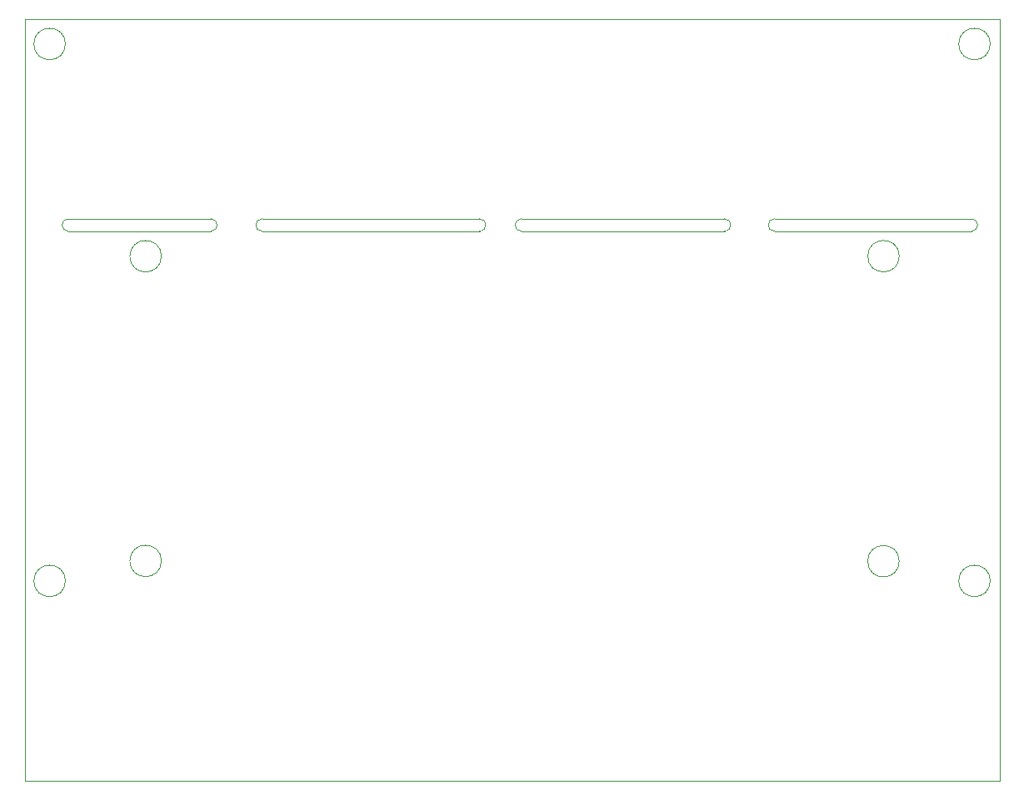
<source format=gbr>
%TF.GenerationSoftware,KiCad,Pcbnew,9.0.6*%
%TF.CreationDate,2025-12-13T09:12:39-08:00*%
%TF.ProjectId,LCDdisplayController,4c434464-6973-4706-9c61-79436f6e7472,rev?*%
%TF.SameCoordinates,Original*%
%TF.FileFunction,Profile,NP*%
%FSLAX46Y46*%
G04 Gerber Fmt 4.6, Leading zero omitted, Abs format (unit mm)*
G04 Created by KiCad (PCBNEW 9.0.6) date 2025-12-13 09:12:39*
%MOMM*%
%LPD*%
G01*
G04 APERTURE LIST*
%TA.AperFunction,Profile*%
%ADD10C,0.050000*%
%TD*%
G04 APERTURE END LIST*
D10*
X41275000Y-54610000D02*
X55753000Y-54610000D01*
X50723801Y-57148221D02*
G75*
G02*
X47523399Y-57148221I-1600201J0D01*
G01*
X47523399Y-57148221D02*
G75*
G02*
X50723801Y-57148221I1600201J0D01*
G01*
X60960000Y-54610000D02*
X83058000Y-54610000D01*
X133032500Y-53340000D02*
G75*
G02*
X133032500Y-54610000I0J-635000D01*
G01*
X41275000Y-54610000D02*
G75*
G02*
X41275000Y-53340000I0J635000D01*
G01*
X87312500Y-54610000D02*
G75*
G02*
X87312500Y-53340000I0J635000D01*
G01*
X60960000Y-54610000D02*
G75*
G02*
X60960000Y-53340000I0J635000D01*
G01*
X113030000Y-53340000D02*
X133032500Y-53340000D01*
X134950200Y-35559999D02*
G75*
G02*
X131749800Y-35559999I-1600200J0D01*
G01*
X131749800Y-35559999D02*
G75*
G02*
X134950200Y-35559999I1600200J0D01*
G01*
X87312500Y-53340000D02*
X107950000Y-53340000D01*
X60960000Y-53340000D02*
X83058000Y-53340000D01*
X36830000Y-33020000D02*
X135890000Y-33020000D01*
X135890000Y-110490000D01*
X36830000Y-110490000D01*
X36830000Y-33020000D01*
X113030000Y-54610000D02*
G75*
G02*
X113030000Y-53340000I0J635000D01*
G01*
X83058000Y-53340000D02*
G75*
G02*
X83058000Y-54610000I0J-635000D01*
G01*
X41275000Y-53340000D02*
X55753000Y-53340000D01*
X125704802Y-88163399D02*
G75*
G02*
X122503998Y-88163399I-1600402J0D01*
G01*
X122503998Y-88163399D02*
G75*
G02*
X125704802Y-88163399I1600402J0D01*
G01*
X134950200Y-90169999D02*
G75*
G02*
X131749800Y-90169999I-1600200J0D01*
G01*
X131749800Y-90169999D02*
G75*
G02*
X134950200Y-90169999I1600200J0D01*
G01*
X125704611Y-57144145D02*
G75*
G02*
X122504189Y-57144145I-1600211J0D01*
G01*
X122504189Y-57144145D02*
G75*
G02*
X125704611Y-57144145I1600211J0D01*
G01*
X50723801Y-88137999D02*
G75*
G02*
X47523399Y-88137999I-1600201J0D01*
G01*
X47523399Y-88137999D02*
G75*
G02*
X50723801Y-88137999I1600201J0D01*
G01*
X107950000Y-53340000D02*
G75*
G02*
X107950000Y-54610000I0J-635000D01*
G01*
X40970201Y-90169999D02*
G75*
G02*
X37769799Y-90169999I-1600201J0D01*
G01*
X37769799Y-90169999D02*
G75*
G02*
X40970201Y-90169999I1600201J0D01*
G01*
X87312500Y-54610000D02*
X107950000Y-54610000D01*
X40970200Y-35560000D02*
G75*
G02*
X37769798Y-35560000I-1600201J0D01*
G01*
X37769798Y-35560000D02*
G75*
G02*
X40970200Y-35560000I1600201J0D01*
G01*
X55753000Y-53340000D02*
G75*
G02*
X55753000Y-54610000I0J-635000D01*
G01*
X113030000Y-54610000D02*
X133032500Y-54610000D01*
M02*

</source>
